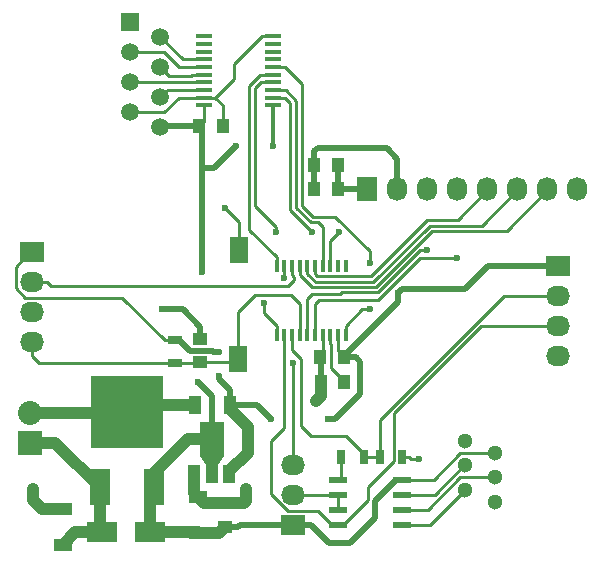
<source format=gbr>
G04 #@! TF.FileFunction,Copper,L1,Top,Signal*
%FSLAX46Y46*%
G04 Gerber Fmt 4.6, Leading zero omitted, Abs format (unit mm)*
G04 Created by KiCad (PCBNEW 4.0.2-stable) date 3/15/2016 3:05:28 PM*
%MOMM*%
G01*
G04 APERTURE LIST*
%ADD10C,0.100000*%
%ADD11R,1.500000X1.500000*%
%ADD12C,1.500000*%
%ADD13C,1.300000*%
%ADD14R,1.000000X1.250000*%
%ADD15R,1.250000X1.000000*%
%ADD16R,1.600000X1.000000*%
%ADD17R,1.000000X1.600000*%
%ADD18R,2.499360X1.800860*%
%ADD19R,2.032000X1.727200*%
%ADD20O,2.032000X1.727200*%
%ADD21R,2.032000X2.032000*%
%ADD22O,2.032000X2.032000*%
%ADD23R,1.300000X0.700000*%
%ADD24R,0.700000X1.300000*%
%ADD25R,1.600000X2.180000*%
%ADD26R,0.400000X1.000000*%
%ADD27R,1.550000X0.600000*%
%ADD28R,1.450000X0.450000*%
%ADD29R,1.651000X3.048000*%
%ADD30R,6.096000X6.096000*%
%ADD31R,1.000760X1.501140*%
%ADD32R,1.998980X2.999740*%
%ADD33R,1.727200X2.032000*%
%ADD34O,1.727200X2.032000*%
%ADD35C,0.600000*%
%ADD36C,1.000000*%
%ADD37C,0.500000*%
%ADD38C,0.250000*%
%ADD39C,1.000000*%
%ADD40C,0.300000*%
G04 APERTURE END LIST*
D10*
D11*
X110617000Y-54351000D03*
D12*
X113157000Y-55621000D03*
X110617000Y-56891000D03*
X113157000Y-58161000D03*
X110617000Y-59431000D03*
X113157000Y-60701000D03*
X110617000Y-61971000D03*
X113157000Y-63241000D03*
D13*
X138924000Y-91882500D03*
X138924000Y-93922500D03*
X138924000Y-89842500D03*
X141464000Y-94942500D03*
X141464000Y-92902500D03*
X141464000Y-90862500D03*
D14*
X128698500Y-82740500D03*
X126698500Y-82740500D03*
X128714500Y-84836000D03*
X126714500Y-84836000D03*
X126190500Y-68453000D03*
X128190500Y-68453000D03*
X126190500Y-66421000D03*
X128190500Y-66421000D03*
X116411500Y-63182500D03*
X118411500Y-63182500D03*
D15*
X116522500Y-83169000D03*
X116522500Y-81169000D03*
D16*
X104902000Y-98591500D03*
X104902000Y-95591500D03*
D15*
X118618000Y-97075500D03*
X118618000Y-95075500D03*
D16*
X116332000Y-97575500D03*
X116332000Y-94575500D03*
D17*
X119038500Y-86804500D03*
X116038500Y-86804500D03*
D18*
X108237020Y-97536000D03*
X112234980Y-97536000D03*
D19*
X102298500Y-73850500D03*
D20*
X102298500Y-76390500D03*
X102298500Y-78930500D03*
X102298500Y-81470500D03*
D21*
X102108000Y-89979500D03*
D22*
X102108000Y-87439500D03*
D23*
X114427000Y-81282500D03*
X114427000Y-83182500D03*
D24*
X128463000Y-91186000D03*
X130363000Y-91186000D03*
X131704000Y-91186000D03*
X133604000Y-91186000D03*
D25*
X119758680Y-82834430D03*
X119763320Y-73629570D03*
D26*
X122995500Y-80814500D03*
X123645500Y-80814500D03*
X124295500Y-80814500D03*
X124945500Y-80814500D03*
X125595500Y-80814500D03*
X126245500Y-80814500D03*
X126895500Y-80814500D03*
X127545500Y-80814500D03*
X128195500Y-80814500D03*
X128845500Y-80814500D03*
X128845500Y-75014500D03*
X128195500Y-75014500D03*
X127545500Y-75014500D03*
X126895500Y-75014500D03*
X126245500Y-75014500D03*
X125595500Y-75014500D03*
X124945500Y-75014500D03*
X124295500Y-75014500D03*
X123645500Y-75014500D03*
X122995500Y-75014500D03*
D27*
X128173500Y-93091000D03*
X128173500Y-94361000D03*
X128173500Y-95631000D03*
X128173500Y-96901000D03*
X133573500Y-96901000D03*
X133573500Y-95631000D03*
X133573500Y-94361000D03*
X133573500Y-93091000D03*
D28*
X122711000Y-61408500D03*
X122711000Y-60758500D03*
X122711000Y-60108500D03*
X122711000Y-59458500D03*
X122711000Y-58808500D03*
X122711000Y-58158500D03*
X122711000Y-57508500D03*
X122711000Y-56858500D03*
X122711000Y-56208500D03*
X122711000Y-55558500D03*
X116811000Y-55558500D03*
X116811000Y-56208500D03*
X116811000Y-56858500D03*
X116811000Y-57508500D03*
X116811000Y-58158500D03*
X116811000Y-58808500D03*
X116811000Y-59458500D03*
X116811000Y-60108500D03*
X116811000Y-60758500D03*
X116811000Y-61408500D03*
D29*
X108013500Y-93726000D03*
D30*
X110299500Y-87376000D03*
D29*
X112585500Y-93726000D03*
D31*
X115996720Y-92583000D03*
X117497860Y-92583000D03*
X118999000Y-92583000D03*
D32*
X117497860Y-89631520D03*
D10*
G36*
X118498620Y-91105990D02*
X117998240Y-91855290D01*
X116997480Y-91855290D01*
X116497100Y-91105990D01*
X118498620Y-91105990D01*
X118498620Y-91105990D01*
G37*
D19*
X146812000Y-74993500D03*
D20*
X146812000Y-77533500D03*
X146812000Y-80073500D03*
X146812000Y-82613500D03*
D33*
X130683000Y-68453000D03*
D34*
X133223000Y-68453000D03*
X135763000Y-68453000D03*
X138303000Y-68453000D03*
X140843000Y-68453000D03*
X143383000Y-68453000D03*
X145923000Y-68453000D03*
X148463000Y-68453000D03*
D19*
X124396500Y-96901000D03*
D20*
X124396500Y-94361000D03*
X124396500Y-91821000D03*
D35*
X133286500Y-77279500D03*
X127317500Y-87947500D03*
X122491500Y-87947500D03*
X118110000Y-82296000D03*
X118110000Y-84328000D03*
X113284000Y-78676500D03*
D36*
X126301500Y-86423500D03*
D35*
X118618000Y-70104000D03*
X135064500Y-91313000D03*
D36*
X120396000Y-93916500D03*
X102362000Y-93916500D03*
D35*
X122682000Y-64833500D03*
X119570500Y-64833500D03*
X116631999Y-75483999D03*
X116332000Y-84836000D03*
X135699500Y-73660000D03*
X138229501Y-74285001D03*
X122936000Y-72136000D03*
X121920000Y-78145010D03*
X130873500Y-78676500D03*
X130855999Y-74721999D03*
X125984000Y-72136000D03*
X128270000Y-72136000D03*
X123645500Y-75998500D03*
X124396500Y-83185000D03*
D37*
X138941510Y-76958490D02*
X140906500Y-74993500D01*
X140906500Y-74993500D02*
X146812000Y-74993500D01*
X133286500Y-77279500D02*
X133607510Y-76958490D01*
X133607510Y-76958490D02*
X138941510Y-76958490D01*
X133286500Y-78027500D02*
X133286500Y-77279500D01*
X128698500Y-82740500D02*
X128698500Y-82615500D01*
X128698500Y-82615500D02*
X133286500Y-78027500D01*
X126190500Y-66421000D02*
X126190500Y-65296000D01*
X126190500Y-65296000D02*
X126462500Y-65024000D01*
X133223000Y-65913000D02*
X133223000Y-68453000D01*
X126462500Y-65024000D02*
X132334000Y-65024000D01*
X132334000Y-65024000D02*
X133223000Y-65913000D01*
X126190500Y-68453000D02*
X126190500Y-66421000D01*
X128698500Y-82740500D02*
X129698500Y-82740500D01*
X129698500Y-82740500D02*
X130048000Y-83090000D01*
X127952500Y-87947500D02*
X127317500Y-87947500D01*
X130048000Y-83090000D02*
X130048000Y-85852000D01*
X130048000Y-85852000D02*
X127952500Y-87947500D01*
X121666000Y-87122000D02*
X122491500Y-87947500D01*
X118110000Y-82296000D02*
X117685736Y-82296000D01*
X117685736Y-82296000D02*
X117558736Y-82169000D01*
X117558736Y-82169000D02*
X115613500Y-82169000D01*
X115613500Y-82169000D02*
X114727000Y-81282500D01*
X114727000Y-81282500D02*
X114427000Y-81282500D01*
X118110000Y-84576000D02*
X118110000Y-84328000D01*
X119038500Y-86804500D02*
X119038500Y-85504500D01*
X119038500Y-85504500D02*
X118110000Y-84576000D01*
X121666000Y-87122000D02*
X121348500Y-86804500D01*
X121348500Y-86804500D02*
X119038500Y-86804500D01*
D38*
X114427000Y-81282500D02*
X113527000Y-81282500D01*
X113527000Y-81282500D02*
X109936390Y-77691890D01*
X100907490Y-75089110D02*
X102146100Y-73850500D01*
X109936390Y-77691890D02*
X101695831Y-77691890D01*
X101695831Y-77691890D02*
X100907490Y-76903549D01*
X102146100Y-73850500D02*
X102298500Y-73850500D01*
X100907490Y-76903549D02*
X100907490Y-75089110D01*
X128698500Y-82740500D02*
X128195500Y-82237500D01*
X128195500Y-82237500D02*
X128195500Y-80814500D01*
D39*
X132889500Y-68119500D02*
X133223000Y-68453000D01*
X118999000Y-92583000D02*
X118999000Y-92332810D01*
X118999000Y-92332810D02*
X120538500Y-90793310D01*
X120538500Y-90793310D02*
X120538500Y-88604500D01*
X120538500Y-88604500D02*
X119038500Y-87104500D01*
X119038500Y-87104500D02*
X119038500Y-86804500D01*
D37*
X115030000Y-78676500D02*
X113284000Y-78676500D01*
X116522500Y-81169000D02*
X116522500Y-80169000D01*
X116522500Y-80169000D02*
X115030000Y-78676500D01*
D38*
X133573500Y-96901000D02*
X135945500Y-96901000D01*
X135945500Y-96901000D02*
X138924000Y-93922500D01*
D39*
X103102000Y-95591500D02*
X102362000Y-94851500D01*
D37*
X128190500Y-68453000D02*
X128190500Y-66421000D01*
X130683000Y-68453000D02*
X128190500Y-68453000D01*
D39*
X126714500Y-86010500D02*
X126301500Y-86423500D01*
X126714500Y-84836000D02*
X126714500Y-86010500D01*
D37*
X126714500Y-84836000D02*
X126714500Y-82756500D01*
X126714500Y-82756500D02*
X126698500Y-82740500D01*
D38*
X119763320Y-71249320D02*
X118618000Y-70104000D01*
X119763320Y-73629570D02*
X119763320Y-71249320D01*
X126698500Y-82740500D02*
X126895500Y-82543500D01*
X126895500Y-82543500D02*
X126895500Y-80814500D01*
X134331000Y-91313000D02*
X135064500Y-91313000D01*
X133604000Y-91186000D02*
X134204000Y-91186000D01*
X134204000Y-91186000D02*
X134331000Y-91313000D01*
X133573500Y-96901000D02*
X134239000Y-96901000D01*
X119380000Y-59164500D02*
X119380000Y-57914500D01*
X119380000Y-57914500D02*
X121736000Y-55558500D01*
X121736000Y-55558500D02*
X122711000Y-55558500D01*
X117786000Y-60758500D02*
X119380000Y-59164500D01*
X116811000Y-60758500D02*
X117786000Y-60758500D01*
X117786000Y-60758500D02*
X118411500Y-61384000D01*
X118411500Y-61384000D02*
X118411500Y-62307500D01*
X118411500Y-62307500D02*
X118411500Y-63182500D01*
X116811000Y-60758500D02*
X114696346Y-60758500D01*
X114696346Y-60758500D02*
X113478846Y-61976000D01*
X113478846Y-61976000D02*
X111678466Y-61976000D01*
X111678466Y-61976000D02*
X110617000Y-61976000D01*
D39*
X120396000Y-94922500D02*
X120396000Y-93916500D01*
X118618000Y-95075500D02*
X120243000Y-95075500D01*
X120243000Y-95075500D02*
X120396000Y-94922500D01*
X102362000Y-94851500D02*
X102362000Y-93916500D01*
X104902000Y-95591500D02*
X103102000Y-95591500D01*
X102108000Y-87439500D02*
X110236000Y-87439500D01*
X110236000Y-87439500D02*
X110299500Y-87376000D01*
X116038500Y-86804500D02*
X110871000Y-86804500D01*
X110871000Y-86804500D02*
X110299500Y-87376000D01*
X118618000Y-95075500D02*
X116832000Y-95075500D01*
X116832000Y-95075500D02*
X116332000Y-94575500D01*
X115996720Y-92583000D02*
X115996720Y-94240220D01*
X115996720Y-94240220D02*
X116332000Y-94575500D01*
D38*
X128714500Y-84836000D02*
X128714500Y-84711000D01*
X128714500Y-84711000D02*
X127620499Y-83616999D01*
X127620499Y-83616999D02*
X127620499Y-81639499D01*
X127620499Y-81639499D02*
X127545500Y-81564500D01*
X127545500Y-81564500D02*
X127545500Y-80814500D01*
D37*
X129222500Y-98425000D02*
X127436500Y-98425000D01*
X127436500Y-98425000D02*
X125912500Y-96901000D01*
X125912500Y-96901000D02*
X124396500Y-96901000D01*
X119743000Y-97075500D02*
X119917500Y-96901000D01*
X119917500Y-96901000D02*
X124396500Y-96901000D01*
D38*
X133573500Y-93091000D02*
X136272498Y-93091000D01*
X136272498Y-93091000D02*
X138500998Y-90862500D01*
X138500998Y-90862500D02*
X140544762Y-90862500D01*
X140544762Y-90862500D02*
X141464000Y-90862500D01*
D37*
X116411500Y-63182500D02*
X113220500Y-63182500D01*
X113220500Y-63182500D02*
X113157000Y-63246000D01*
D38*
X117497860Y-91480640D02*
X117497860Y-89631520D01*
X117497860Y-92583000D02*
X117497860Y-91480640D01*
D39*
X117497860Y-89631520D02*
X115498370Y-89631520D01*
X115498370Y-89631520D02*
X112585500Y-92544390D01*
X112585500Y-92544390D02*
X112585500Y-93726000D01*
D40*
X122711000Y-61408500D02*
X122711000Y-64804500D01*
X122711000Y-64804500D02*
X122682000Y-64833500D01*
D37*
X117729000Y-66675000D02*
X119570500Y-64833500D01*
X116631999Y-66675000D02*
X116631999Y-63402999D01*
X116631999Y-75483999D02*
X116631999Y-66675000D01*
X116631999Y-66675000D02*
X117729000Y-66675000D01*
X116631999Y-63402999D02*
X116411500Y-63182500D01*
X117497860Y-86001860D02*
X116332000Y-84836000D01*
X117497860Y-89631520D02*
X117497860Y-86001860D01*
X131318000Y-96329500D02*
X131318000Y-94871500D01*
X131318000Y-94871500D02*
X133098500Y-93091000D01*
X133098500Y-93091000D02*
X133573500Y-93091000D01*
X129222500Y-98425000D02*
X131318000Y-96329500D01*
X118618000Y-97075500D02*
X119743000Y-97075500D01*
D38*
X116811000Y-61408500D02*
X116811000Y-62783000D01*
X116811000Y-62783000D02*
X116411500Y-63182500D01*
D39*
X116332000Y-97575500D02*
X118118000Y-97575500D01*
X118118000Y-97575500D02*
X118618000Y-97075500D01*
X112234980Y-97536000D02*
X116292500Y-97536000D01*
X116292500Y-97536000D02*
X116332000Y-97575500D01*
X112234980Y-97536000D02*
X112234980Y-94076520D01*
X112234980Y-94076520D02*
X112585500Y-93726000D01*
D38*
X121158000Y-77470000D02*
X119758680Y-78869320D01*
X119758680Y-78869320D02*
X119758680Y-82834430D01*
X124206000Y-77470000D02*
X121158000Y-77470000D01*
X124968000Y-78232000D02*
X124206000Y-77470000D01*
X124968000Y-80042000D02*
X124968000Y-78232000D01*
X124945500Y-80814500D02*
X124945500Y-80064500D01*
X124945500Y-80064500D02*
X124968000Y-80042000D01*
X119758680Y-82544430D02*
X119758680Y-82834430D01*
X116522500Y-83169000D02*
X119424110Y-83169000D01*
X119424110Y-83169000D02*
X119758680Y-82834430D01*
X114427000Y-83182500D02*
X116509000Y-83182500D01*
X116509000Y-83182500D02*
X116522500Y-83169000D01*
X114427000Y-83182500D02*
X102896900Y-83182500D01*
X102896900Y-83182500D02*
X102298500Y-82584100D01*
X102298500Y-82584100D02*
X102298500Y-81470500D01*
D39*
X108237020Y-97536000D02*
X105957500Y-97536000D01*
X105957500Y-97536000D02*
X104902000Y-98591500D01*
X108013500Y-93726000D02*
X108013500Y-97312480D01*
X108013500Y-97312480D02*
X108237020Y-97536000D01*
X102108000Y-89979500D02*
X104267000Y-89979500D01*
X104267000Y-89979500D02*
X108013500Y-93726000D01*
D38*
X133573500Y-94361000D02*
X136406088Y-94361000D01*
X136406088Y-94361000D02*
X138884588Y-91882500D01*
X138884588Y-91882500D02*
X138924000Y-91882500D01*
X133573500Y-94361000D02*
X134239000Y-94361000D01*
X133573500Y-95631000D02*
X135772498Y-95631000D01*
X135772498Y-95631000D02*
X138500998Y-92902500D01*
X138500998Y-92902500D02*
X140544762Y-92902500D01*
X140544762Y-92902500D02*
X141464000Y-92902500D01*
X116811000Y-60108500D02*
X113754500Y-60108500D01*
X113754500Y-60108500D02*
X113157000Y-60706000D01*
X116811000Y-59458500D02*
X110639500Y-59458500D01*
X110639500Y-59458500D02*
X110617000Y-59436000D01*
X116811000Y-58808500D02*
X115836000Y-58808500D01*
X115836000Y-58808500D02*
X115727931Y-58916569D01*
X115727931Y-58916569D02*
X113907569Y-58916569D01*
X113907569Y-58916569D02*
X113157000Y-58166000D01*
X116811000Y-58158500D02*
X114741346Y-58158500D01*
X114741346Y-58158500D02*
X113478846Y-56896000D01*
X113478846Y-56896000D02*
X111678466Y-56896000D01*
X111678466Y-56896000D02*
X110617000Y-56896000D01*
X116811000Y-57508500D02*
X115039500Y-57508500D01*
X115039500Y-57508500D02*
X113157000Y-55626000D01*
X124295500Y-75014500D02*
X124295500Y-75764500D01*
X124295500Y-75764500D02*
X124445490Y-75914490D01*
X124445490Y-75914490D02*
X124445490Y-76197512D01*
X124445490Y-76197512D02*
X123969501Y-76673501D01*
X103564500Y-76390500D02*
X102298500Y-76390500D01*
X123969501Y-76673501D02*
X103847501Y-76673501D01*
X103847501Y-76673501D02*
X103564500Y-76390500D01*
X128463000Y-91186000D02*
X128463000Y-92801500D01*
X128463000Y-92801500D02*
X128173500Y-93091000D01*
X131704000Y-91186000D02*
X131704000Y-88068090D01*
X131704000Y-88068090D02*
X142238590Y-77533500D01*
X142238590Y-77533500D02*
X145546000Y-77533500D01*
X145546000Y-77533500D02*
X146812000Y-77533500D01*
X125937002Y-89408000D02*
X128885000Y-89408000D01*
X128885000Y-89408000D02*
X130363000Y-90886000D01*
X130363000Y-90886000D02*
X130363000Y-91186000D01*
X125071501Y-88542499D02*
X125937002Y-89408000D01*
X124295500Y-80814500D02*
X124295500Y-82084998D01*
X124295500Y-82084998D02*
X125071501Y-82860999D01*
X125071501Y-82860999D02*
X125071501Y-88542499D01*
X131704000Y-91186000D02*
X130363000Y-91186000D01*
X135132230Y-73660000D02*
X135699500Y-73660000D01*
X131559703Y-77232527D02*
X135132230Y-73660000D01*
X125984000Y-77389531D02*
X128380031Y-77389531D01*
X128380031Y-77389531D02*
X128537035Y-77232527D01*
X128537035Y-77232527D02*
X131559703Y-77232527D01*
X125595500Y-77778031D02*
X125984000Y-77389531D01*
X125595500Y-80814500D02*
X125595500Y-77778031D01*
X134591070Y-74837570D02*
X135143639Y-74285001D01*
X135143639Y-74285001D02*
X138229501Y-74285001D01*
X131746104Y-77682536D02*
X134591070Y-74837570D01*
X126245500Y-78176000D02*
X126581959Y-77839541D01*
X126581959Y-77839541D02*
X131589099Y-77839541D01*
X131589099Y-77839541D02*
X131746104Y-77682536D01*
X126245500Y-80814500D02*
X126245500Y-78176000D01*
X135763000Y-71120000D02*
X138328400Y-71120000D01*
X138328400Y-71120000D02*
X140843000Y-68605400D01*
X140843000Y-68605400D02*
X140843000Y-68453000D01*
X131000500Y-75882500D02*
X135763000Y-71120000D01*
X129244998Y-75882500D02*
X131000500Y-75882500D01*
X129201999Y-75839501D02*
X129244998Y-75882500D01*
X126245500Y-75014500D02*
X126245500Y-75649502D01*
X126245500Y-75649502D02*
X126435499Y-75839501D01*
X126435499Y-75839501D02*
X129201999Y-75839501D01*
X131186901Y-76332509D02*
X135949400Y-71570010D01*
X135949400Y-71570010D02*
X140418390Y-71570010D01*
X140418390Y-71570010D02*
X143383000Y-68605400D01*
X143383000Y-68605400D02*
X143383000Y-68453000D01*
X125595500Y-75014500D02*
X125595500Y-75635912D01*
X125595500Y-75635912D02*
X126292097Y-76332509D01*
X126292097Y-76332509D02*
X131186901Y-76332509D01*
X131373302Y-76782518D02*
X136135800Y-72020020D01*
X136135800Y-72020020D02*
X142508380Y-72020020D01*
X142508380Y-72020020D02*
X145923000Y-68605400D01*
X145923000Y-68605400D02*
X145923000Y-68453000D01*
X124945500Y-75014500D02*
X124945500Y-75764500D01*
X124945500Y-75764500D02*
X125963519Y-76782519D01*
X125963519Y-76782519D02*
X131373302Y-76782518D01*
X121158000Y-59944000D02*
X121643500Y-59458500D01*
X121643500Y-59458500D02*
X122711000Y-59458500D01*
X121158000Y-69933736D02*
X121158000Y-59944000D01*
X122936000Y-72136000D02*
X122936000Y-71711736D01*
X122936000Y-71711736D02*
X121158000Y-69933736D01*
X121920000Y-78989000D02*
X121920000Y-78145010D01*
X121920000Y-77978000D02*
X121920000Y-78145010D01*
X122995500Y-80814500D02*
X122995500Y-80064500D01*
X122995500Y-80064500D02*
X121920000Y-78989000D01*
X123645500Y-80814500D02*
X123645500Y-88698500D01*
X123645500Y-88698500D02*
X122491500Y-89852500D01*
X123914551Y-95712399D02*
X126509899Y-95712399D01*
X122491500Y-89852500D02*
X122491500Y-94289348D01*
X122491500Y-94289348D02*
X123914551Y-95712399D01*
X126509899Y-95712399D02*
X127698500Y-96901000D01*
X127698500Y-96901000D02*
X128173500Y-96901000D01*
X132928999Y-87479501D02*
X140335000Y-80073500D01*
X140335000Y-80073500D02*
X146812000Y-80073500D01*
X128173500Y-96901000D02*
X128648500Y-96901000D01*
X128648500Y-96901000D02*
X130742990Y-94806510D01*
X130742990Y-94806510D02*
X130742990Y-93732012D01*
X130742990Y-93732012D02*
X132928999Y-91546003D01*
X132928999Y-91546003D02*
X132928999Y-87479501D01*
X130233500Y-78676500D02*
X130873500Y-78676500D01*
X128845500Y-80814500D02*
X128845500Y-80064500D01*
X128845500Y-80064500D02*
X130233500Y-78676500D01*
X122711000Y-58158500D02*
X123686000Y-58158500D01*
X123686000Y-58158500D02*
X125142520Y-59615020D01*
X125142520Y-59615020D02*
X125142520Y-69880280D01*
X125142520Y-69880280D02*
X126072730Y-70810490D01*
X126072730Y-70810490D02*
X127943492Y-70810490D01*
X127943492Y-70810490D02*
X130855999Y-73722997D01*
X130855999Y-74297735D02*
X130855999Y-74721999D01*
X130855999Y-73722997D02*
X130855999Y-74297735D01*
X124142500Y-61215000D02*
X124142500Y-70294500D01*
X124142500Y-70294500D02*
X125984000Y-72136000D01*
X122711000Y-60758500D02*
X123686000Y-60758500D01*
X123686000Y-60758500D02*
X124142500Y-61215000D01*
X127545500Y-72860500D02*
X128270000Y-72136000D01*
X127545500Y-75014500D02*
X127545500Y-72860500D01*
X126492000Y-71310500D02*
X126895500Y-71714000D01*
X126895500Y-71714000D02*
X126895500Y-75014500D01*
X125865620Y-71310500D02*
X126492000Y-71310500D01*
X124642510Y-70087390D02*
X125865620Y-71310500D01*
X124642510Y-61007890D02*
X124642510Y-70087390D01*
X122711000Y-60108500D02*
X123743120Y-60108500D01*
X123743120Y-60108500D02*
X124642510Y-61007890D01*
X124396500Y-83185000D02*
X124396500Y-91821000D01*
X123645500Y-75014500D02*
X123645500Y-75998500D01*
X122995500Y-75014500D02*
X122995500Y-74264500D01*
X122995500Y-74264500D02*
X120657990Y-71926990D01*
X120657990Y-71926990D02*
X120657990Y-59736890D01*
X121736000Y-58808500D02*
X122711000Y-58808500D01*
X120657990Y-59736890D02*
X121586380Y-58808500D01*
X121586380Y-58808500D02*
X121736000Y-58808500D01*
X124396500Y-94361000D02*
X128173500Y-94361000D01*
X128173500Y-94361000D02*
X128173500Y-95631000D01*
M02*

</source>
